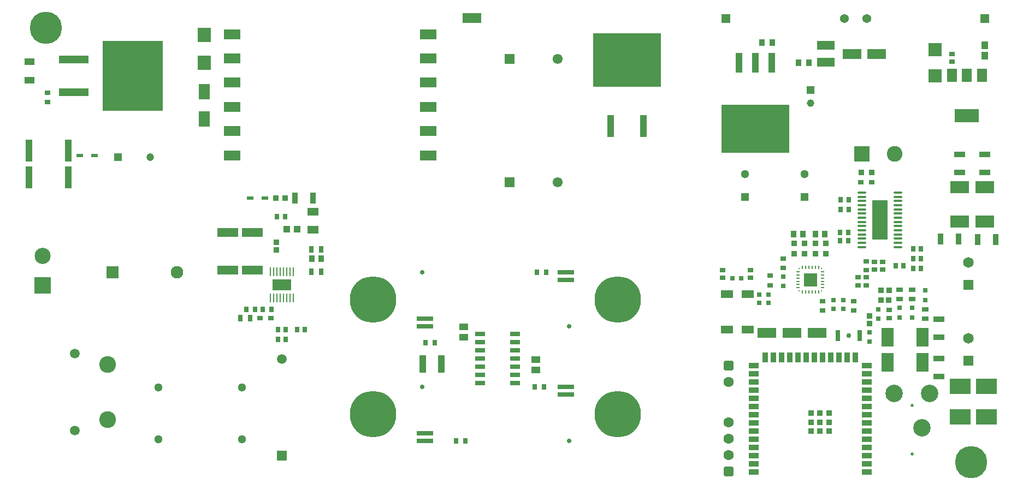
<source format=gbr>
G04*
G04 #@! TF.GenerationSoftware,Altium Limited,Altium Designer,25.5.2 (35)*
G04*
G04 Layer_Color=255*
%FSLAX25Y25*%
%MOIN*%
G70*
G04*
G04 #@! TF.SameCoordinates,0CD17ABA-5868-42C4-872B-F719D901D850*
G04*
G04*
G04 #@! TF.FilePolarity,Positive*
G04*
G01*
G75*
%ADD24R,0.03394X0.02894*%
%ADD25R,0.04429X0.01968*%
%ADD26R,0.03772X0.03788*%
%ADD27R,0.03740X0.06693*%
%ADD28R,0.03150X0.03740*%
%ADD29R,0.06922X0.04551*%
%ADD30R,0.04469X0.04182*%
%ADD31R,0.03379X0.03371*%
%ADD32O,0.00984X0.05512*%
%ADD33R,0.11614X0.06929*%
%ADD34R,0.02953X0.03937*%
%ADD35R,0.03740X0.04134*%
%ADD36R,0.02953X0.03543*%
%ADD37R,0.03543X0.03150*%
%ADD38R,0.02593X0.03197*%
%ADD39R,0.03150X0.03937*%
%ADD40R,0.02559X0.03543*%
%ADD41R,0.04016X0.11102*%
%ADD42R,0.04331X0.13386*%
%ADD43R,0.09843X0.05984*%
%ADD44R,0.06102X0.02756*%
%ADD45R,0.03543X0.02559*%
%ADD46R,0.06496X0.04331*%
%ADD47R,0.18110X0.04724*%
%ADD48R,0.37008X0.42520*%
%ADD49R,0.06693X0.09252*%
%ADD50R,0.05787X0.04016*%
%ADD51O,0.05512X0.01378*%
%ADD52R,0.09449X0.24291*%
%ADD53R,0.02362X0.00945*%
%ADD54R,0.00945X0.02362*%
%ADD55R,0.00984X0.00984*%
%ADD56R,0.08268X0.08268*%
%ADD57R,0.11811X0.05906*%
%ADD58R,0.03543X0.05906*%
%ADD59R,0.03591X0.03381*%
%ADD60R,0.03543X0.03150*%
%ADD61R,0.02756X0.02756*%
%ADD62R,0.03937X0.02953*%
%ADD63R,0.03175X0.03418*%
%ADD64R,0.03563X0.03568*%
%ADD65R,0.05906X0.03543*%
%ADD66R,0.03985X0.04758*%
%ADD67R,0.05906X0.07874*%
%ADD68R,0.14961X0.07874*%
%ADD69R,0.07874X0.07874*%
%ADD70R,0.03150X0.03150*%
%ADD71R,0.06693X0.03740*%
G04:AMPARAMS|DCode=72|XSize=29.92mil|YSize=26mil|CornerRadius=3.25mil|HoleSize=0mil|Usage=FLASHONLY|Rotation=0.000|XOffset=0mil|YOffset=0mil|HoleType=Round|Shape=RoundedRectangle|*
%AMROUNDEDRECTD72*
21,1,0.02992,0.01950,0,0,0.0*
21,1,0.02342,0.02600,0,0,0.0*
1,1,0.00650,0.01171,-0.00975*
1,1,0.00650,-0.01171,-0.00975*
1,1,0.00650,-0.01171,0.00975*
1,1,0.00650,0.01171,0.00975*
%
%ADD72ROUNDEDRECTD72*%
%ADD73R,0.03347X0.02953*%
%ADD74R,0.03418X0.03175*%
%ADD75R,0.03150X0.06693*%
%ADD76R,0.03543X0.03543*%
%ADD77R,0.11024X0.05512*%
%ADD78R,0.03543X0.03937*%
%ADD79R,0.03543X0.02953*%
%ADD80R,0.13024X0.05334*%
%ADD81R,0.41535X0.29528*%
%ADD82R,0.04331X0.12402*%
%ADD83R,0.03381X0.03591*%
%ADD84R,0.07480X0.11811*%
%ADD85R,0.12992X0.09646*%
%ADD86R,0.11811X0.07480*%
%ADD87R,0.03150X0.03543*%
G04:AMPARAMS|DCode=88|XSize=29.92mil|YSize=26mil|CornerRadius=3.25mil|HoleSize=0mil|Usage=FLASHONLY|Rotation=90.000|XOffset=0mil|YOffset=0mil|HoleType=Round|Shape=RoundedRectangle|*
%AMROUNDEDRECTD88*
21,1,0.02992,0.01950,0,0,90.0*
21,1,0.02342,0.02600,0,0,90.0*
1,1,0.00650,0.00975,0.01171*
1,1,0.00650,0.00975,-0.01171*
1,1,0.00650,-0.00975,-0.01171*
1,1,0.00650,-0.00975,0.01171*
%
%ADD88ROUNDEDRECTD88*%
%ADD89R,0.07480X0.05118*%
%ADD90R,0.08071X0.08858*%
%ADD91R,0.41299X0.32992*%
%ADD92R,0.04000X0.13795*%
%ADD103C,0.02790*%
%ADD110C,0.28347*%
%ADD139R,0.09843X0.03150*%
%ADD144R,0.09843X0.09843*%
%ADD145C,0.09843*%
%ADD154R,0.06102X0.06102*%
%ADD155R,0.05118X0.05118*%
%ADD158C,0.06102*%
%ADD162C,0.05118*%
%ADD166C,0.02953*%
%ADD189C,0.05906*%
%ADD190R,0.05906X0.05906*%
%ADD191R,0.04724X0.04724*%
%ADD192C,0.04724*%
%ADD193C,0.07677*%
%ADD194R,0.07677X0.07677*%
%ADD195C,0.10217*%
%ADD196C,0.05374*%
G04:AMPARAMS|DCode=197|XSize=62.99mil|YSize=62.99mil|CornerRadius=15.75mil|HoleSize=0mil|Usage=FLASHONLY|Rotation=90.000|XOffset=0mil|YOffset=0mil|HoleType=Round|Shape=RoundedRectangle|*
%AMROUNDEDRECTD197*
21,1,0.06299,0.03150,0,0,90.0*
21,1,0.03150,0.06299,0,0,90.0*
1,1,0.03150,0.01575,0.01575*
1,1,0.03150,0.01575,-0.01575*
1,1,0.03150,-0.01575,-0.01575*
1,1,0.03150,-0.01575,0.01575*
%
%ADD197ROUNDEDRECTD197*%
%ADD198C,0.10646*%
%ADD199C,0.04528*%
%ADD200C,0.06299*%
%ADD201C,0.19685*%
%ADD202C,0.09567*%
%ADD203R,0.09567X0.09567*%
%ADD204R,0.05374X0.05374*%
%ADD205C,0.01968*%
%ADD206C,0.06496*%
%ADD207R,0.06496X0.06496*%
%ADD208R,0.04528X0.04528*%
D24*
X631500Y205077D02*
D03*
Y209923D02*
D03*
D25*
X250575Y278500D02*
D03*
X241425D02*
D03*
X146575Y304500D02*
D03*
X137425D02*
D03*
D26*
X262862Y278500D02*
D03*
X257138D02*
D03*
D27*
X268988D02*
D03*
X280012D02*
D03*
X662988Y253500D02*
D03*
X696512Y253000D02*
D03*
X674012Y253500D02*
D03*
X685488Y253000D02*
D03*
D28*
X262858Y267000D02*
D03*
X257937D02*
D03*
X244657Y210500D02*
D03*
X239342D02*
D03*
D29*
X280000Y270114D02*
D03*
Y258886D02*
D03*
D30*
X270263Y259500D02*
D03*
X263843D02*
D03*
D31*
X257500Y251366D02*
D03*
Y246634D02*
D03*
D32*
X259906Y233500D02*
D03*
X254000Y217358D02*
D03*
X255968D02*
D03*
X257937D02*
D03*
X259906D02*
D03*
X261874D02*
D03*
X263843D02*
D03*
X265811D02*
D03*
X267779D02*
D03*
X255968Y233500D02*
D03*
X257937D02*
D03*
X261874D02*
D03*
X263843D02*
D03*
X265811D02*
D03*
X267779D02*
D03*
X254000D02*
D03*
D33*
X260890Y225429D02*
D03*
D34*
X279047Y247000D02*
D03*
X284953D02*
D03*
Y233500D02*
D03*
X279047D02*
D03*
D35*
X279146Y241500D02*
D03*
X284854D02*
D03*
X592354Y256500D02*
D03*
X586646D02*
D03*
X578854D02*
D03*
X573146D02*
D03*
D36*
X270138Y198000D02*
D03*
X274862D02*
D03*
X263362D02*
D03*
X258638D02*
D03*
X263362Y192000D02*
D03*
X258638D02*
D03*
X650854Y247500D02*
D03*
Y241500D02*
D03*
Y235500D02*
D03*
X635638Y237000D02*
D03*
X646130Y235500D02*
D03*
Y247500D02*
D03*
Y241500D02*
D03*
X640362Y237000D02*
D03*
D37*
X254346Y205000D02*
D03*
X247654D02*
D03*
X670000Y366461D02*
D03*
X627500Y234539D02*
D03*
X622500D02*
D03*
X617500Y225039D02*
D03*
X627500Y239461D02*
D03*
X622500D02*
D03*
X617500Y229961D02*
D03*
X614153Y288000D02*
D03*
X620847D02*
D03*
X670000Y361539D02*
D03*
D38*
X254664Y210500D02*
D03*
X249336D02*
D03*
D39*
X241453Y205000D02*
D03*
X235547D02*
D03*
D40*
X415146Y163000D02*
D03*
X420854D02*
D03*
X354354Y190000D02*
D03*
X348646D02*
D03*
X416646Y233000D02*
D03*
X422354D02*
D03*
X372854Y130000D02*
D03*
X367146D02*
D03*
D41*
X358209Y177000D02*
D03*
X346791D02*
D03*
D42*
X130508Y291000D02*
D03*
X106492D02*
D03*
Y307500D02*
D03*
X130508D02*
D03*
D43*
X230697Y363705D02*
D03*
Y348902D02*
D03*
Y334098D02*
D03*
Y319295D02*
D03*
X350303Y348902D02*
D03*
Y363705D02*
D03*
Y378508D02*
D03*
X230697Y304492D02*
D03*
X350303D02*
D03*
Y319295D02*
D03*
Y334098D02*
D03*
X230697Y378508D02*
D03*
D44*
X381772Y165500D02*
D03*
X403228Y175500D02*
D03*
Y180500D02*
D03*
Y195500D02*
D03*
X381772Y170500D02*
D03*
X403228Y190500D02*
D03*
Y185500D02*
D03*
Y170500D02*
D03*
Y165500D02*
D03*
X381772Y175500D02*
D03*
Y180500D02*
D03*
Y185500D02*
D03*
Y190500D02*
D03*
Y195500D02*
D03*
D45*
X118000Y337146D02*
D03*
Y342854D02*
D03*
D46*
X107000Y361610D02*
D03*
Y350390D02*
D03*
D47*
X133886Y343000D02*
D03*
Y363000D02*
D03*
D48*
X169909Y353000D02*
D03*
D49*
X213500Y326571D02*
D03*
Y343500D02*
D03*
D50*
X416000Y179650D02*
D03*
Y173350D02*
D03*
X372000Y193350D02*
D03*
Y199650D02*
D03*
D51*
X615000Y266323D02*
D03*
Y276559D02*
D03*
Y274000D02*
D03*
Y261205D02*
D03*
Y258646D02*
D03*
Y256087D02*
D03*
Y253528D02*
D03*
Y250969D02*
D03*
X637047Y276559D02*
D03*
Y274000D02*
D03*
Y268882D02*
D03*
Y266323D02*
D03*
Y263764D02*
D03*
Y261205D02*
D03*
Y256087D02*
D03*
Y253528D02*
D03*
X615000Y281677D02*
D03*
Y279118D02*
D03*
X637047Y281677D02*
D03*
Y279118D02*
D03*
Y250969D02*
D03*
Y248410D02*
D03*
X615000D02*
D03*
X637047Y258646D02*
D03*
Y271441D02*
D03*
X615000Y263764D02*
D03*
Y271441D02*
D03*
Y268882D02*
D03*
D52*
X626024Y265043D02*
D03*
D53*
X576020Y223579D02*
D03*
Y227516D02*
D03*
Y229484D02*
D03*
Y231453D02*
D03*
Y233421D02*
D03*
X590980Y231453D02*
D03*
X576020Y225547D02*
D03*
X590980Y233421D02*
D03*
Y227516D02*
D03*
Y229484D02*
D03*
Y225547D02*
D03*
Y223579D02*
D03*
D54*
X586453Y221020D02*
D03*
X582516D02*
D03*
X580547D02*
D03*
X578579D02*
D03*
X588421D02*
D03*
X580547Y235980D02*
D03*
X578579D02*
D03*
X586453D02*
D03*
X582516D02*
D03*
X584484D02*
D03*
X588421D02*
D03*
X584484Y221020D02*
D03*
D55*
X576709Y235291D02*
D03*
X590291D02*
D03*
X576709Y221709D02*
D03*
X590291D02*
D03*
D56*
X583500Y228500D02*
D03*
D57*
X587500Y196000D02*
D03*
X572250D02*
D03*
X557000D02*
D03*
X624000Y366500D02*
D03*
X377000Y388500D02*
D03*
X609000Y366500D02*
D03*
D58*
X575949Y180921D02*
D03*
X570949D02*
D03*
X565949D02*
D03*
X555949D02*
D03*
X560949D02*
D03*
X580949D02*
D03*
X585949D02*
D03*
X590949D02*
D03*
X595949D02*
D03*
X600949D02*
D03*
X605949D02*
D03*
X610949D02*
D03*
D59*
X573500Y244442D02*
D03*
X580000D02*
D03*
X593000D02*
D03*
X586500D02*
D03*
X593000Y250558D02*
D03*
X586500D02*
D03*
X580000D02*
D03*
X573500D02*
D03*
D60*
X567000Y241453D02*
D03*
X559000Y225047D02*
D03*
X610000Y215453D02*
D03*
X591000D02*
D03*
X610000Y209547D02*
D03*
X591000D02*
D03*
X567000Y235547D02*
D03*
X559000Y230953D02*
D03*
D61*
X567000Y224744D02*
D03*
X603500Y216043D02*
D03*
X597500D02*
D03*
X603500Y210531D02*
D03*
X597500D02*
D03*
X567000Y230256D02*
D03*
D62*
X638000Y222453D02*
D03*
X645500D02*
D03*
X653500Y210453D02*
D03*
Y204547D02*
D03*
X645500Y216547D02*
D03*
X638000D02*
D03*
D63*
X626536Y222000D02*
D03*
X631464D02*
D03*
D64*
X631364Y216000D02*
D03*
X626636D02*
D03*
D65*
X617898Y116000D02*
D03*
Y111000D02*
D03*
X549000D02*
D03*
Y116000D02*
D03*
Y121000D02*
D03*
Y126000D02*
D03*
Y131000D02*
D03*
Y136000D02*
D03*
Y141000D02*
D03*
Y146000D02*
D03*
Y151000D02*
D03*
Y156000D02*
D03*
Y161000D02*
D03*
Y166000D02*
D03*
Y171000D02*
D03*
Y176000D02*
D03*
X617898D02*
D03*
Y171000D02*
D03*
Y166000D02*
D03*
Y161000D02*
D03*
Y156000D02*
D03*
Y141000D02*
D03*
Y136000D02*
D03*
Y131000D02*
D03*
Y126000D02*
D03*
Y121000D02*
D03*
Y146000D02*
D03*
Y151000D02*
D03*
D66*
X690000Y365343D02*
D03*
Y371657D02*
D03*
D67*
X688055Y353402D02*
D03*
X679000D02*
D03*
X669945D02*
D03*
D68*
X679000Y328598D02*
D03*
D69*
X659500Y368874D02*
D03*
Y353126D02*
D03*
D70*
X653500Y221953D02*
D03*
X645500Y205435D02*
D03*
X638000D02*
D03*
X645500Y211340D02*
D03*
X638000D02*
D03*
X653500Y216047D02*
D03*
D71*
X662000Y204512D02*
D03*
Y169488D02*
D03*
X690000Y305012D02*
D03*
Y293988D02*
D03*
X674500D02*
D03*
Y305012D02*
D03*
X662000Y180512D02*
D03*
Y193488D02*
D03*
D72*
X625000Y210256D02*
D03*
Y204744D02*
D03*
X619500Y196256D02*
D03*
Y190744D02*
D03*
D73*
X612500Y224941D02*
D03*
X617500Y239559D02*
D03*
Y234441D02*
D03*
X612500Y230059D02*
D03*
D74*
X619500Y206464D02*
D03*
Y201536D02*
D03*
D75*
X600307Y194500D02*
D03*
X613693D02*
D03*
D76*
X594866Y146906D02*
D03*
Y141394D02*
D03*
Y135882D02*
D03*
X589354Y146906D02*
D03*
X583843D02*
D03*
X589354Y141394D02*
D03*
Y135882D02*
D03*
X583843Y141394D02*
D03*
Y135882D02*
D03*
D77*
X593000Y361382D02*
D03*
Y371618D02*
D03*
D78*
X582650Y361000D02*
D03*
X553850Y373500D02*
D03*
X560150D02*
D03*
X576350Y361000D02*
D03*
D79*
X547000Y234362D02*
D03*
X530000D02*
D03*
Y229638D02*
D03*
X547000D02*
D03*
D80*
X243000Y234482D02*
D03*
Y257518D02*
D03*
X228000Y234482D02*
D03*
Y257518D02*
D03*
D81*
X550000Y320555D02*
D03*
D82*
X540000Y361106D02*
D03*
X550000D02*
D03*
X560000D02*
D03*
D83*
X614663Y294000D02*
D03*
X620779D02*
D03*
D84*
X651886Y193408D02*
D03*
X630626D02*
D03*
X651886Y177908D02*
D03*
X630626D02*
D03*
D85*
X691000Y163449D02*
D03*
Y144551D02*
D03*
X675000Y163449D02*
D03*
Y144551D02*
D03*
D86*
X690000Y263870D02*
D03*
Y285130D02*
D03*
X674500Y263870D02*
D03*
Y285130D02*
D03*
D87*
X602039Y271500D02*
D03*
X606961D02*
D03*
X602039Y277500D02*
D03*
X606961D02*
D03*
X601539Y257500D02*
D03*
X606461D02*
D03*
X601539Y252500D02*
D03*
X606461D02*
D03*
D88*
X557756Y219500D02*
D03*
X552244D02*
D03*
X557756Y214500D02*
D03*
X552244D02*
D03*
X541256Y229500D02*
D03*
X535744D02*
D03*
D89*
X532701Y219827D02*
D03*
Y198173D02*
D03*
X545299D02*
D03*
Y219827D02*
D03*
D90*
X213500Y377929D02*
D03*
Y361000D02*
D03*
D91*
X471500Y362854D02*
D03*
D92*
X481500Y322500D02*
D03*
X461500D02*
D03*
D103*
X436086Y129940D02*
D03*
X346414Y163060D02*
D03*
X436086Y199940D02*
D03*
X346414Y233060D02*
D03*
D110*
X465933Y146500D02*
D03*
Y216500D02*
D03*
X316567D02*
D03*
Y146500D02*
D03*
D139*
X434240Y158311D02*
D03*
Y163035D02*
D03*
Y228311D02*
D03*
Y233035D02*
D03*
X348260Y134689D02*
D03*
Y129965D02*
D03*
Y204689D02*
D03*
Y199965D02*
D03*
D144*
X114779Y224890D02*
D03*
D145*
Y243000D02*
D03*
D154*
X399736Y363500D02*
D03*
Y288000D02*
D03*
D155*
X580000Y279110D02*
D03*
X543500D02*
D03*
D158*
X429264Y288000D02*
D03*
Y363500D02*
D03*
D162*
X236681Y131181D02*
D03*
X543500Y292890D02*
D03*
X580000D02*
D03*
X185500Y131181D02*
D03*
Y162677D02*
D03*
X236681D02*
D03*
D166*
X607000Y194500D02*
D03*
D189*
X261000Y180000D02*
D03*
X134500Y136256D02*
D03*
Y183500D02*
D03*
D190*
X261000Y120945D02*
D03*
D191*
X160815Y303500D02*
D03*
D192*
X180500D02*
D03*
D193*
X197000Y233000D02*
D03*
D194*
X157630D02*
D03*
D195*
X154500Y176610D02*
D03*
Y143146D02*
D03*
D196*
X617913Y388000D02*
D03*
X604087D02*
D03*
D197*
X533500Y111500D02*
D03*
Y176000D02*
D03*
D198*
X651405Y138142D02*
D03*
X656327Y159008D02*
D03*
X634673D02*
D03*
D199*
X583500Y336500D02*
D03*
D200*
X533500Y166000D02*
D03*
Y141500D02*
D03*
Y131500D02*
D03*
Y121500D02*
D03*
D201*
X117000Y382500D02*
D03*
X681500Y117000D02*
D03*
D202*
X635000Y305500D02*
D03*
D203*
X615000D02*
D03*
D204*
X532000Y388000D02*
D03*
X690000D02*
D03*
D205*
X645500Y151528D02*
D03*
Y122000D02*
D03*
D206*
X680000Y239000D02*
D03*
Y192780D02*
D03*
D207*
Y225220D02*
D03*
Y179000D02*
D03*
D208*
X583500Y344374D02*
D03*
M02*

</source>
